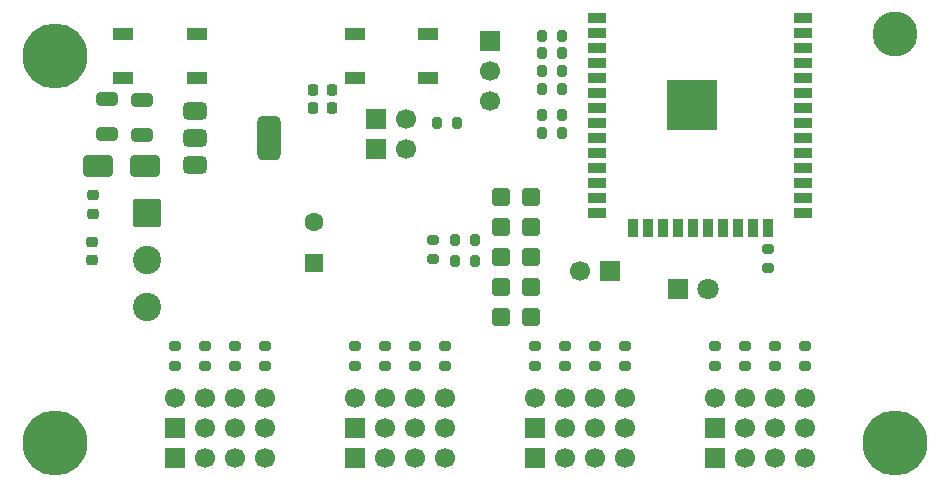
<source format=gts>
G04 #@! TF.GenerationSoftware,KiCad,Pcbnew,9.0.6*
G04 #@! TF.CreationDate,2026-01-30T17:04:59+01:00*
G04 #@! TF.ProjectId,ESP32_PWM_PCB,45535033-325f-4505-974d-5f5043422e6b,1.0*
G04 #@! TF.SameCoordinates,Original*
G04 #@! TF.FileFunction,Soldermask,Top*
G04 #@! TF.FilePolarity,Negative*
%FSLAX46Y46*%
G04 Gerber Fmt 4.6, Leading zero omitted, Abs format (unit mm)*
G04 Created by KiCad (PCBNEW 9.0.6) date 2026-01-30 17:04:59*
%MOMM*%
%LPD*%
G01*
G04 APERTURE LIST*
G04 Aperture macros list*
%AMRoundRect*
0 Rectangle with rounded corners*
0 $1 Rounding radius*
0 $2 $3 $4 $5 $6 $7 $8 $9 X,Y pos of 4 corners*
0 Add a 4 corners polygon primitive as box body*
4,1,4,$2,$3,$4,$5,$6,$7,$8,$9,$2,$3,0*
0 Add four circle primitives for the rounded corners*
1,1,$1+$1,$2,$3*
1,1,$1+$1,$4,$5*
1,1,$1+$1,$6,$7*
1,1,$1+$1,$8,$9*
0 Add four rect primitives between the rounded corners*
20,1,$1+$1,$2,$3,$4,$5,0*
20,1,$1+$1,$4,$5,$6,$7,0*
20,1,$1+$1,$6,$7,$8,$9,0*
20,1,$1+$1,$8,$9,$2,$3,0*%
G04 Aperture macros list end*
%ADD10R,1.800000X1.800000*%
%ADD11C,1.800000*%
%ADD12RoundRect,0.200000X0.275000X-0.200000X0.275000X0.200000X-0.275000X0.200000X-0.275000X-0.200000X0*%
%ADD13R,1.700000X1.700000*%
%ADD14C,1.700000*%
%ADD15RoundRect,0.250000X0.650000X-0.325000X0.650000X0.325000X-0.650000X0.325000X-0.650000X-0.325000X0*%
%ADD16C,2.600000*%
%ADD17C,3.800000*%
%ADD18RoundRect,0.200000X-0.275000X0.200000X-0.275000X-0.200000X0.275000X-0.200000X0.275000X0.200000X0*%
%ADD19RoundRect,0.225000X-0.225000X-0.250000X0.225000X-0.250000X0.225000X0.250000X-0.225000X0.250000X0*%
%ADD20RoundRect,0.250000X1.000000X0.650000X-1.000000X0.650000X-1.000000X-0.650000X1.000000X-0.650000X0*%
%ADD21RoundRect,0.200000X0.200000X0.275000X-0.200000X0.275000X-0.200000X-0.275000X0.200000X-0.275000X0*%
%ADD22RoundRect,0.375000X-0.625000X-0.375000X0.625000X-0.375000X0.625000X0.375000X-0.625000X0.375000X0*%
%ADD23RoundRect,0.500000X-0.500000X-1.400000X0.500000X-1.400000X0.500000X1.400000X-0.500000X1.400000X0*%
%ADD24RoundRect,0.200000X-0.200000X-0.275000X0.200000X-0.275000X0.200000X0.275000X-0.200000X0.275000X0*%
%ADD25RoundRect,0.236220X-0.513780X-0.513780X0.513780X-0.513780X0.513780X0.513780X-0.513780X0.513780X0*%
%ADD26RoundRect,0.225000X0.250000X-0.225000X0.250000X0.225000X-0.250000X0.225000X-0.250000X-0.225000X0*%
%ADD27R,1.800000X1.100000*%
%ADD28RoundRect,0.250001X-0.949999X0.949999X-0.949999X-0.949999X0.949999X-0.949999X0.949999X0.949999X0*%
%ADD29C,2.400000*%
%ADD30RoundRect,0.250000X0.550000X-0.550000X0.550000X0.550000X-0.550000X0.550000X-0.550000X-0.550000X0*%
%ADD31C,1.600000*%
%ADD32C,3.600000*%
%ADD33C,5.500000*%
%ADD34R,1.500000X0.900000*%
%ADD35R,0.900000X1.500000*%
%ADD36C,0.600000*%
%ADD37R,4.200000X4.200000*%
%ADD38RoundRect,0.225000X-0.250000X0.225000X-0.250000X-0.225000X0.250000X-0.225000X0.250000X0.225000X0*%
G04 APERTURE END LIST*
D10*
G04 #@! TO.C,D1*
X164820600Y-109626400D03*
D11*
X167360600Y-109626400D03*
G04 #@! TD*
D12*
G04 #@! TO.C,R3*
X172440600Y-107886000D03*
X172440600Y-106236000D03*
G04 #@! TD*
D13*
G04 #@! TO.C,J2*
X122275600Y-121412000D03*
D14*
X122275600Y-118872000D03*
X124815600Y-121412000D03*
X124815600Y-118872000D03*
X127355600Y-121412000D03*
X127355600Y-118872000D03*
X129895600Y-121412000D03*
X129895600Y-118872000D03*
G04 #@! TD*
D15*
G04 #@! TO.C,C4*
X119481600Y-96572600D03*
X119481600Y-93622600D03*
G04 #@! TD*
D16*
G04 #@! TO.C,REF\u002A\u002A*
X183210200Y-88036400D03*
D17*
X183210200Y-88036400D03*
G04 #@! TD*
D18*
G04 #@! TO.C,R5*
X122275600Y-114489000D03*
X122275600Y-116139000D03*
G04 #@! TD*
G04 #@! TO.C,R17*
X167995600Y-114489000D03*
X167995600Y-116139000D03*
G04 #@! TD*
D19*
G04 #@! TO.C,C3*
X133972000Y-92837000D03*
X135522000Y-92837000D03*
G04 #@! TD*
D20*
G04 #@! TO.C,D2*
X119754400Y-99200000D03*
X115754400Y-99200000D03*
G04 #@! TD*
D21*
G04 #@! TO.C,R1*
X146125000Y-95600000D03*
X144475000Y-95600000D03*
G04 #@! TD*
D13*
G04 #@! TO.C,J9*
X167995600Y-123952000D03*
D14*
X170535600Y-123952000D03*
X173075600Y-123952000D03*
X175615600Y-123952000D03*
G04 #@! TD*
D13*
G04 #@! TO.C,J6*
X122275600Y-123952000D03*
D14*
X124815600Y-123952000D03*
X127355600Y-123952000D03*
X129895600Y-123952000D03*
G04 #@! TD*
D22*
G04 #@! TO.C,U2*
X123925800Y-94575600D03*
X123925800Y-96875600D03*
D23*
X130225800Y-96875600D03*
D22*
X123925800Y-99175600D03*
G04 #@! TD*
D13*
G04 #@! TO.C,J8*
X152755600Y-123952000D03*
D14*
X155295600Y-123952000D03*
X157835600Y-123952000D03*
X160375600Y-123952000D03*
G04 #@! TD*
D19*
G04 #@! TO.C,C2*
X133972000Y-94335600D03*
X135522000Y-94335600D03*
G04 #@! TD*
D13*
G04 #@! TO.C,JP3*
X139293600Y-97815400D03*
D14*
X141833600Y-97815400D03*
G04 #@! TD*
D24*
G04 #@! TO.C,R26*
X146000000Y-107300000D03*
X147650000Y-107300000D03*
G04 #@! TD*
D18*
G04 #@! TO.C,R18*
X170535600Y-114489000D03*
X170535600Y-116139000D03*
G04 #@! TD*
G04 #@! TO.C,R14*
X155295600Y-114489000D03*
X155295600Y-116139000D03*
G04 #@! TD*
D25*
G04 #@! TO.C,J1*
X149825902Y-101886400D03*
X152365902Y-101886400D03*
X149825902Y-104426400D03*
X152365902Y-104426400D03*
X149825902Y-106966400D03*
X152365902Y-106966400D03*
X149825902Y-109506400D03*
X152365902Y-109506400D03*
X149825902Y-112046400D03*
X152365902Y-112046400D03*
G04 #@! TD*
D26*
G04 #@! TO.C,C7*
X115214400Y-107201000D03*
X115214400Y-105651000D03*
G04 #@! TD*
D27*
G04 #@! TO.C,SW2*
X137515600Y-88091400D03*
X143715600Y-88091400D03*
X137515600Y-91791400D03*
X143715600Y-91791400D03*
G04 #@! TD*
D18*
G04 #@! TO.C,R13*
X152755600Y-114489000D03*
X152755600Y-116139000D03*
G04 #@! TD*
G04 #@! TO.C,R8*
X129895600Y-114489000D03*
X129895600Y-116139000D03*
G04 #@! TD*
G04 #@! TO.C,R19*
X173075600Y-114493000D03*
X173075600Y-116143000D03*
G04 #@! TD*
D15*
G04 #@! TO.C,C5*
X116484400Y-96547200D03*
X116484400Y-93597200D03*
G04 #@! TD*
D24*
G04 #@! TO.C,R2*
X153353000Y-92700000D03*
X155003000Y-92700000D03*
G04 #@! TD*
D13*
G04 #@! TO.C,J10*
X148945600Y-88671400D03*
D14*
X148945600Y-91211400D03*
X148945600Y-93751400D03*
G04 #@! TD*
D13*
G04 #@! TO.C,J3*
X137515600Y-121412000D03*
D14*
X137515600Y-118872000D03*
X140055600Y-121412000D03*
X140055600Y-118872000D03*
X142595600Y-121412000D03*
X142595600Y-118872000D03*
X145135600Y-121412000D03*
X145135600Y-118872000D03*
G04 #@! TD*
D18*
G04 #@! TO.C,R12*
X145135600Y-114489000D03*
X145135600Y-116139000D03*
G04 #@! TD*
G04 #@! TO.C,R16*
X160375600Y-114493000D03*
X160375600Y-116143000D03*
G04 #@! TD*
D28*
G04 #@! TO.C,J11*
X119862600Y-103253400D03*
D29*
X119862600Y-107213400D03*
X119862600Y-111173400D03*
G04 #@! TD*
D21*
G04 #@! TO.C,R21*
X155025000Y-88200000D03*
X153375000Y-88200000D03*
G04 #@! TD*
D30*
G04 #@! TO.C,C1*
X134010400Y-107467400D03*
D31*
X134010400Y-103967400D03*
G04 #@! TD*
D21*
G04 #@! TO.C,R27*
X147650000Y-105500000D03*
X146000000Y-105500000D03*
G04 #@! TD*
D32*
G04 #@! TO.C,REF\u002A\u002A*
X112115600Y-89941400D03*
D33*
X112115600Y-89941400D03*
G04 #@! TD*
D27*
G04 #@! TO.C,SW1*
X124100000Y-91750000D03*
X117900000Y-91750000D03*
X124100000Y-88050000D03*
X117900000Y-88050000D03*
G04 #@! TD*
D32*
G04 #@! TO.C,REF\u002A\u002A*
X112115600Y-122682000D03*
D33*
X112115600Y-122682000D03*
G04 #@! TD*
D13*
G04 #@! TO.C,J7*
X137515600Y-123952000D03*
D14*
X140055600Y-123952000D03*
X142595600Y-123952000D03*
X145135600Y-123952000D03*
G04 #@! TD*
D18*
G04 #@! TO.C,R9*
X137515600Y-114489000D03*
X137515600Y-116139000D03*
G04 #@! TD*
G04 #@! TO.C,R15*
X157835600Y-114493000D03*
X157835600Y-116143000D03*
G04 #@! TD*
D24*
G04 #@! TO.C,R4*
X153353000Y-91200000D03*
X155003000Y-91200000D03*
G04 #@! TD*
D32*
G04 #@! TO.C,REF\u002A\u002A*
X183235600Y-122682000D03*
D33*
X183235600Y-122682000D03*
G04 #@! TD*
D24*
G04 #@! TO.C,R22*
X153375000Y-89700000D03*
X155025000Y-89700000D03*
G04 #@! TD*
D12*
G04 #@! TO.C,R25*
X144100000Y-107150000D03*
X144100000Y-105500000D03*
G04 #@! TD*
D18*
G04 #@! TO.C,R20*
X175615600Y-114489000D03*
X175615600Y-116139000D03*
G04 #@! TD*
D21*
G04 #@! TO.C,R24*
X154990800Y-96443800D03*
X153340800Y-96443800D03*
G04 #@! TD*
D18*
G04 #@! TO.C,R6*
X124815600Y-114491000D03*
X124815600Y-116141000D03*
G04 #@! TD*
D13*
G04 #@! TO.C,JP1*
X159110600Y-108102400D03*
D14*
X156570600Y-108102400D03*
G04 #@! TD*
D13*
G04 #@! TO.C,J5*
X167995600Y-121412000D03*
D14*
X167995600Y-118872000D03*
X170535600Y-121412000D03*
X170535600Y-118872000D03*
X173075600Y-121412000D03*
X173075600Y-118872000D03*
X175615600Y-121412000D03*
X175615600Y-118872000D03*
G04 #@! TD*
D34*
G04 #@! TO.C,U1*
X157975600Y-86726400D03*
X157975600Y-87996400D03*
X157975600Y-89266400D03*
X157975600Y-90536400D03*
X157975600Y-91806400D03*
X157975600Y-93076400D03*
X157975600Y-94346400D03*
X157975600Y-95616400D03*
X157975600Y-96886400D03*
X157975600Y-98156400D03*
X157975600Y-99426400D03*
X157975600Y-100696400D03*
X157975600Y-101966400D03*
X157975600Y-103236400D03*
D35*
X161015600Y-104486400D03*
X162285600Y-104486400D03*
X163555600Y-104486400D03*
X164825600Y-104486400D03*
X166095600Y-104486400D03*
X167365600Y-104486400D03*
X168635600Y-104486400D03*
X169905600Y-104486400D03*
X171175600Y-104486400D03*
X172445600Y-104486400D03*
D34*
X175475600Y-103236400D03*
X175475600Y-101966400D03*
X175475600Y-100696400D03*
X175475600Y-99426400D03*
X175475600Y-98156400D03*
X175475600Y-96886400D03*
X175475600Y-95616400D03*
X175475600Y-94346400D03*
X175475600Y-93076400D03*
X175475600Y-91806400D03*
X175475600Y-90536400D03*
X175475600Y-89266400D03*
X175475600Y-87996400D03*
X175475600Y-86726400D03*
D36*
X164520600Y-93303900D03*
X164520600Y-94828900D03*
X165283100Y-92541400D03*
X165283100Y-94066400D03*
X165283100Y-95591400D03*
X166045600Y-93303900D03*
D37*
X166045600Y-94066400D03*
D36*
X166045600Y-94828900D03*
X166808100Y-92541400D03*
X166808100Y-94066400D03*
X166808100Y-95591400D03*
X167570600Y-93303900D03*
X167570600Y-94828900D03*
G04 #@! TD*
D18*
G04 #@! TO.C,R10*
X140055600Y-114489000D03*
X140055600Y-116139000D03*
G04 #@! TD*
D24*
G04 #@! TO.C,R23*
X153340800Y-94945200D03*
X154990800Y-94945200D03*
G04 #@! TD*
D38*
G04 #@! TO.C,C6*
X115341400Y-101725000D03*
X115341400Y-103275000D03*
G04 #@! TD*
D13*
G04 #@! TO.C,J4*
X152755600Y-121412000D03*
D14*
X152755600Y-118872000D03*
X155295600Y-121412000D03*
X155295600Y-118872000D03*
X157835600Y-121412000D03*
X157835600Y-118872000D03*
X160375600Y-121412000D03*
X160375600Y-118872000D03*
G04 #@! TD*
D18*
G04 #@! TO.C,R11*
X142595600Y-114489000D03*
X142595600Y-116139000D03*
G04 #@! TD*
G04 #@! TO.C,R7*
X127355600Y-114489000D03*
X127355600Y-116139000D03*
G04 #@! TD*
D13*
G04 #@! TO.C,JP2*
X139293600Y-95275400D03*
D14*
X141833600Y-95275400D03*
G04 #@! TD*
M02*

</source>
